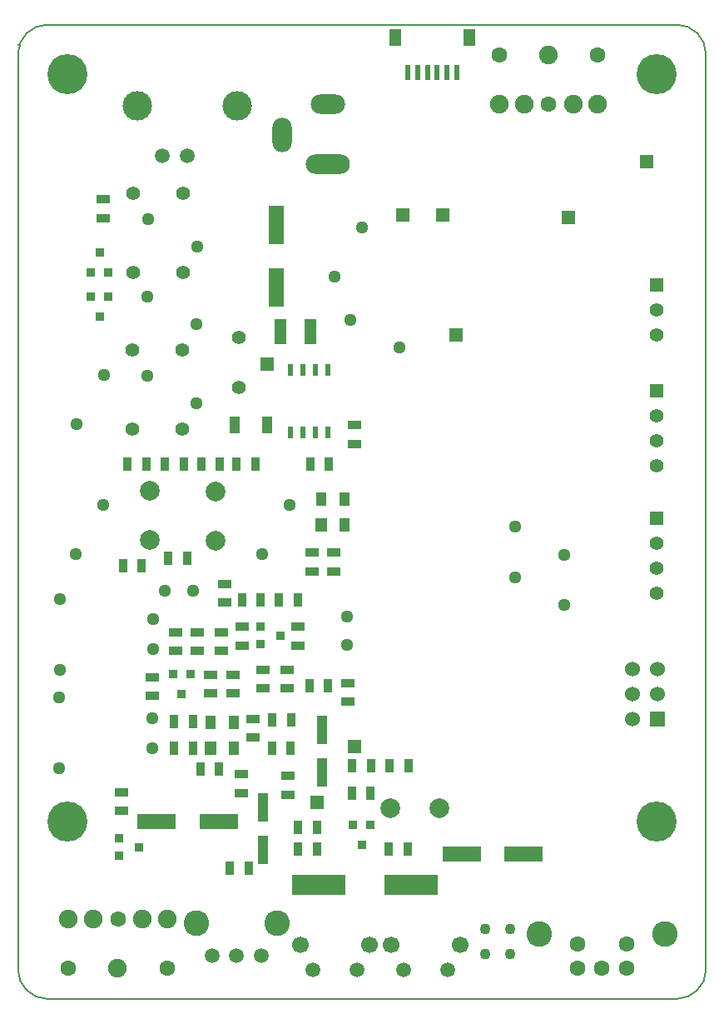
<source format=gts>
G04 (created by PCBNEW (2012-nov-02)-testing) date Wed 09 Jan 2013 07:39:13 PM PST*
%MOIN*%
G04 Gerber Fmt 3.4, Leading zero omitted, Abs format*
%FSLAX34Y34*%
G01*
G70*
G90*
G04 APERTURE LIST*
%ADD10C,0.006*%
%ADD11C,0.00590551*%
%ADD12C,0.0787*%
%ADD13C,0.0512*%
%ADD14C,0.0748031*%
%ADD15C,0.0629921*%
%ADD16C,0.0433071*%
%ADD17R,0.036X0.036*%
%ADD18R,0.0472441X0.0561024*%
%ADD19R,0.0393701X0.0561024*%
%ADD20R,0.0393701X0.0669291*%
%ADD21R,0.02X0.045*%
%ADD22R,0.055X0.055*%
%ADD23C,0.055*%
%ADD24C,0.102362*%
%ADD25C,0.0590551*%
%ADD26C,0.0669291*%
%ADD27R,0.0472441X0.0708661*%
%ADD28R,0.023622X0.0590551*%
%ADD29R,0.2165X0.0787*%
%ADD30R,0.06X0.06*%
%ADD31C,0.06*%
%ADD32C,0.16*%
%ADD33R,0.055X0.035*%
%ADD34R,0.035X0.055*%
%ADD35R,0.15748X0.0590551*%
%ADD36R,0.0590551X0.15748*%
%ADD37R,0.05X0.1*%
%ADD38R,0.0393701X0.11811*%
%ADD39C,0.1181*%
%ADD40C,0.0591*%
%ADD41O,0.1378X0.0787*%
%ADD42O,0.177211X0.0787*%
%ADD43O,0.0787X0.1378*%
G04 APERTURE END LIST*
G54D10*
G54D11*
X65748Y-59055D02*
G75*
G03X66929Y-57874I0J1181D01*
G74*
G01*
X39370Y-57874D02*
G75*
G03X40551Y-59055I1181J0D01*
G74*
G01*
X40551Y-20078D02*
G75*
G03X39370Y-21259I0J-1181D01*
G74*
G01*
X66929Y-21259D02*
G75*
G03X65748Y-20078I-1181J0D01*
G74*
G01*
X40551Y-20078D02*
X65748Y-20078D01*
X40551Y-59055D02*
X65748Y-59055D01*
X66929Y-57874D02*
X66929Y-21259D01*
X39370Y-20866D02*
X39370Y-20885D01*
X39370Y-57874D02*
X39370Y-21259D01*
G54D12*
X56239Y-51437D03*
X54271Y-51437D03*
X44665Y-40708D03*
X44665Y-38740D03*
X47283Y-40728D03*
X47283Y-38760D03*
G54D13*
X42814Y-34094D03*
X41712Y-36062D03*
X59271Y-40177D03*
X61240Y-41279D03*
X54655Y-32991D03*
X52686Y-31889D03*
X53149Y-28188D03*
X52047Y-30157D03*
X61240Y-43306D03*
X59271Y-42204D03*
X44546Y-34124D03*
X46515Y-35226D03*
X46506Y-32066D03*
X44537Y-30964D03*
X50236Y-39291D03*
X49134Y-41260D03*
X44576Y-27854D03*
X46545Y-28956D03*
X42795Y-39291D03*
X41693Y-41260D03*
X44763Y-49015D03*
X44763Y-47834D03*
X41023Y-49842D03*
X41023Y-47007D03*
X44783Y-45059D03*
X44783Y-43877D03*
X41043Y-45885D03*
X41043Y-43051D03*
G54D14*
X43366Y-57834D03*
X41397Y-55866D03*
X44350Y-55866D03*
X42381Y-55866D03*
X45334Y-55866D03*
G54D15*
X43370Y-55866D03*
X41397Y-57834D03*
X45334Y-57834D03*
G54D14*
X60629Y-21299D03*
X62598Y-23267D03*
X59645Y-23267D03*
X61614Y-23267D03*
X58661Y-23267D03*
G54D15*
X60625Y-23267D03*
X62598Y-21299D03*
X58661Y-21299D03*
G54D16*
X58082Y-57267D03*
X58082Y-56267D03*
X59082Y-56267D03*
X59082Y-57267D03*
G54D17*
X49088Y-44877D03*
X49088Y-44177D03*
X49888Y-44527D03*
X45575Y-46056D03*
X46275Y-46056D03*
X45925Y-46856D03*
X52799Y-52080D03*
X53499Y-52080D03*
X53149Y-52880D03*
X42987Y-29986D03*
X42287Y-29986D03*
X42637Y-29186D03*
X42287Y-30958D03*
X42987Y-30958D03*
X42637Y-31758D03*
X43418Y-53342D03*
X43418Y-52642D03*
X44218Y-52992D03*
G54D18*
X51515Y-40078D03*
G54D19*
X52460Y-40078D03*
X52460Y-39064D03*
X51515Y-39064D03*
G54D18*
X47086Y-49015D03*
G54D19*
X48031Y-49015D03*
X48031Y-48001D03*
X47086Y-48001D03*
G54D20*
X48051Y-36092D03*
X49350Y-36092D03*
G54D21*
X51793Y-36407D03*
X51293Y-36407D03*
X50793Y-36407D03*
X50293Y-36407D03*
X50293Y-33907D03*
X50793Y-33907D03*
X51293Y-33907D03*
X51793Y-33907D03*
G54D22*
X64960Y-34720D03*
G54D23*
X64960Y-35720D03*
X64960Y-36720D03*
X64960Y-37720D03*
G54D22*
X64960Y-39838D03*
G54D23*
X64960Y-40838D03*
X64960Y-41838D03*
X64960Y-42838D03*
G54D22*
X64960Y-30496D03*
G54D23*
X64960Y-31496D03*
X64960Y-32496D03*
G54D22*
X49350Y-33661D03*
X61417Y-27795D03*
X56929Y-32480D03*
X51358Y-51181D03*
X56397Y-27696D03*
X52834Y-48956D03*
X64547Y-25551D03*
X54783Y-27696D03*
G54D24*
X46515Y-56023D03*
X49744Y-56023D03*
G54D25*
X47145Y-57322D03*
X48129Y-57322D03*
X49114Y-57322D03*
G54D26*
X54330Y-56909D03*
X57086Y-56909D03*
G54D25*
X54822Y-57893D03*
X56594Y-57893D03*
G54D26*
X50688Y-56909D03*
X53444Y-56909D03*
G54D25*
X51181Y-57893D03*
X52952Y-57893D03*
G54D27*
X54468Y-20590D03*
X57460Y-20590D03*
G54D28*
X56948Y-21988D03*
X56555Y-21988D03*
X56161Y-21988D03*
X55767Y-21988D03*
X55374Y-21988D03*
X54980Y-21988D03*
G54D24*
X65275Y-56456D03*
X60236Y-56456D03*
G54D15*
X61771Y-57834D03*
X62755Y-57834D03*
X63740Y-57834D03*
X61771Y-56850D03*
X63740Y-56850D03*
G54D23*
X45940Y-36269D03*
X43940Y-36269D03*
X43950Y-33100D03*
X45950Y-33100D03*
X45980Y-29980D03*
X43980Y-29980D03*
X43980Y-26830D03*
X45980Y-26830D03*
G54D13*
X52539Y-44901D03*
X52539Y-43759D03*
X46397Y-42716D03*
X45255Y-42716D03*
G54D29*
X51417Y-54488D03*
X55117Y-54488D03*
G54D30*
X64988Y-47850D03*
G54D31*
X63988Y-47850D03*
X64988Y-46850D03*
X63988Y-46850D03*
X64988Y-45850D03*
X63988Y-45850D03*
G54D32*
X41338Y-22047D03*
X64960Y-22047D03*
X41338Y-51968D03*
X64960Y-51968D03*
G54D33*
X43523Y-51536D03*
X43523Y-50786D03*
X47992Y-46831D03*
X47992Y-46081D03*
G54D34*
X45628Y-47952D03*
X46378Y-47952D03*
G54D33*
X45688Y-45138D03*
X45688Y-44388D03*
X44763Y-46930D03*
X44763Y-46180D03*
X46555Y-44388D03*
X46555Y-45138D03*
X47519Y-45138D03*
X47519Y-44388D03*
X47637Y-43209D03*
X47637Y-42459D03*
X47086Y-46831D03*
X47086Y-46081D03*
G54D34*
X46378Y-49015D03*
X45628Y-49015D03*
X50315Y-47893D03*
X49565Y-47893D03*
G54D33*
X48307Y-50827D03*
X48307Y-50077D03*
G54D34*
X47422Y-49862D03*
X46672Y-49862D03*
X51339Y-53051D03*
X50589Y-53051D03*
X50589Y-52204D03*
X51339Y-52204D03*
X52735Y-50826D03*
X53485Y-50826D03*
X48603Y-53838D03*
X47853Y-53838D03*
X49821Y-43110D03*
X50571Y-43110D03*
G54D33*
X42795Y-27065D03*
X42795Y-27815D03*
G54D34*
X43758Y-37677D03*
X44508Y-37677D03*
X46004Y-37677D03*
X45254Y-37677D03*
X46711Y-37677D03*
X47461Y-37677D03*
X48878Y-37677D03*
X48128Y-37677D03*
X51081Y-37677D03*
X51831Y-37677D03*
G54D33*
X50570Y-44922D03*
X50570Y-44172D03*
X51141Y-41199D03*
X51141Y-41949D03*
X52027Y-41949D03*
X52027Y-41199D03*
X52578Y-47166D03*
X52578Y-46416D03*
G54D34*
X50296Y-49015D03*
X49546Y-49015D03*
G54D33*
X52854Y-36851D03*
X52854Y-36101D03*
G54D34*
X51792Y-46515D03*
X51042Y-46515D03*
X49095Y-43110D03*
X48345Y-43110D03*
G54D33*
X50137Y-45884D03*
X50137Y-46634D03*
X49173Y-46634D03*
X49173Y-45884D03*
X48366Y-44922D03*
X48366Y-44172D03*
G54D34*
X46142Y-41437D03*
X45392Y-41437D03*
X44331Y-41732D03*
X43581Y-41732D03*
X52754Y-49744D03*
X53504Y-49744D03*
X54250Y-49744D03*
X55000Y-49744D03*
X54231Y-53070D03*
X54981Y-53070D03*
G54D33*
X50196Y-50886D03*
X50196Y-50136D03*
X48799Y-47853D03*
X48799Y-48603D03*
G54D35*
X44921Y-51948D03*
X47401Y-51948D03*
G54D36*
X49724Y-28100D03*
X49724Y-30580D03*
G54D37*
X49892Y-32362D03*
X51092Y-32362D03*
G54D23*
X48228Y-34582D03*
X48228Y-32582D03*
G54D35*
X59625Y-53267D03*
X57145Y-53267D03*
G54D38*
X49173Y-53090D03*
X49173Y-51397D03*
X51535Y-49980D03*
X51535Y-48287D03*
G54D39*
X44141Y-23314D03*
X48141Y-23314D03*
G54D40*
X46141Y-25314D03*
X45141Y-25314D03*
G54D41*
X51771Y-23247D03*
G54D42*
X51771Y-25649D03*
G54D43*
X49960Y-24507D03*
M02*

</source>
